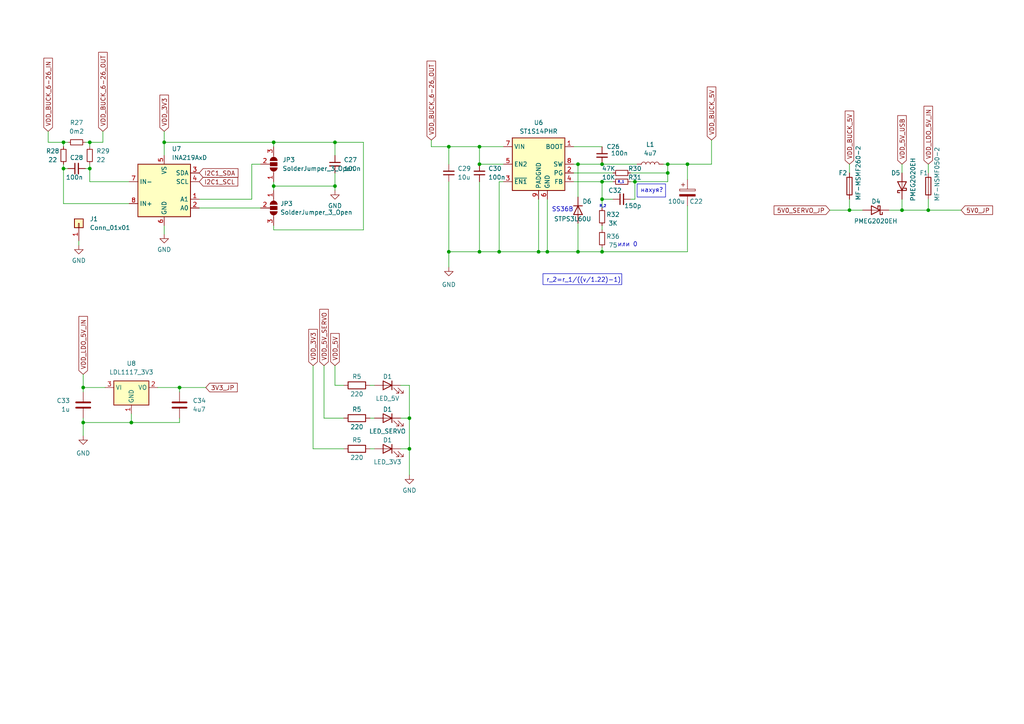
<source format=kicad_sch>
(kicad_sch (version 20230121) (generator eeschema)
  (paper "A4")
  (lib_symbols
    (symbol "Connector_Generic:Conn_01x01" (pin_names (offset 1.016) hide)
      (property "Reference" "J" (at 0 2.54 0))
      (property "Value" "Conn_01x01" (at 0 -2.54 0))
      (symbol "Conn_01x01_1_1"
        (rectangle (start -1.27 0.127) (end 0 -0.127) (stroke (width 0.1524)))
        (rectangle (start -1.27 1.27) (end 1.27 -1.27) (stroke (width 0.254)) (fill (type background)))
        (pin passive line (at -5.08 0 0) (length 3.81) (name "Pin_1") (number "1"))
      )
    )
    (symbol "Device:C" (pin_numbers hide) (pin_names (offset 0.254))
      (property "Reference" "C" (at 0.635 2.54 0))
      (property "Value" "C" (at 0.635 -2.54 0))
      (symbol "C_0_1"
        (polyline (pts (xy -2.032 -0.762) (xy 2.032 -0.762)) (stroke (width 0.508)))
        (polyline (pts (xy -2.032 0.762) (xy 2.032 0.762)) (stroke (width 0.508)))
      )
      (symbol "C_1_1"
        (pin passive line (at 0 3.81 270) (length 2.794) (name "~") (number "1"))
        (pin passive line (at 0 -3.81 90) (length 2.794) (name "~") (number "2"))
      )
    )
    (symbol "Device:C_Polarized" (pin_numbers hide) (pin_names (offset 0.254))
      (property "Reference" "C" (at 0.635 2.54 0))
      (property "Value" "C_Polarized" (at 0.635 -2.54 0))
      (symbol "C_Polarized_0_1"
        (rectangle (start -2.286 0.508) (end 2.286 1.016))
        (polyline (pts (xy -1.778 2.286) (xy -0.762 2.286)))
        (polyline (pts (xy -1.27 2.794) (xy -1.27 1.778)))
        (rectangle (start 2.286 -0.508) (end -2.286 -1.016) (fill (type outline)))
      )
      (symbol "C_Polarized_1_1"
        (pin passive line (at 0 3.81 270) (length 2.794) (name "~") (number "1"))
        (pin passive line (at 0 -3.81 90) (length 2.794) (name "~") (number "2"))
      )
    )
    (symbol "Device:C_Small" (pin_numbers hide) (pin_names (offset 0.254) hide)
      (property "Reference" "C" (at 0.254 1.778 0))
      (property "Value" "C_Small" (at 0.254 -2.032 0))
      (symbol "C_Small_0_1"
        (polyline (pts (xy -1.524 -0.508) (xy 1.524 -0.508)) (stroke (width 0.3302)))
        (polyline (pts (xy -1.524 0.508) (xy 1.524 0.508)) (stroke (width 0.3048)))
      )
      (symbol "C_Small_1_1"
        (pin passive line (at 0 2.54 270) (length 2.032) (name "~") (number "1"))
        (pin passive line (at 0 -2.54 90) (length 2.032) (name "~") (number "2"))
      )
    )
    (symbol "Device:D" (pin_numbers hide) (pin_names (offset 1.016) hide)
      (property "Reference" "D" (at 0 2.54 0))
      (property "Value" "D" (at 0 -2.54 0))
      (symbol "D_0_1"
        (polyline (pts (xy -1.27 1.27) (xy -1.27 -1.27)) (stroke (width 0.254)))
        (polyline (pts (xy 1.27 0) (xy -1.27 0)))
        (polyline (pts (xy 1.27 1.27) (xy 1.27 -1.27) (xy -1.27 0) (xy 1.27 1.27)) (stroke (width 0.254)))
      )
      (symbol "D_1_1"
        (pin passive line (at -3.81 0 0) (length 2.54) (name "K") (number "1"))
        (pin passive line (at 3.81 0 180) (length 2.54) (name "A") (number "2"))
      )
    )
    (symbol "Device:D_Schottky" (pin_numbers hide) (pin_names (offset 1.016) hide)
      (property "Reference" "D" (at 0 2.54 0))
      (property "Value" "D_Schottky" (at 0 -2.54 0))
      (symbol "D_Schottky_0_1"
        (polyline (pts (xy 1.27 0) (xy -1.27 0)))
        (polyline (pts (xy 1.27 1.27) (xy 1.27 -1.27) (xy -1.27 0) (xy 1.27 1.27)) (stroke (width 0.254)))
        (polyline (pts (xy -1.905 0.635) (xy -1.905 1.27) (xy -1.27 1.27) (xy -1.27 -1.27) (xy -0.635 -1.27) (xy -0.635 -0.635)) (stroke (width 0.254)))
      )
      (symbol "D_Schottky_1_1"
        (pin passive line (at -3.81 0 0) (length 2.54) (name "K") (number "1"))
        (pin passive line (at 3.81 0 180) (length 2.54) (name "A") (number "2"))
      )
    )
    (symbol "Device:Fuse" (pin_numbers hide) (pin_names (offset 0))
      (property "Reference" "F" (at 2.032 0 90))
      (property "Value" "Fuse" (at -1.905 0 90))
      (symbol "Fuse_0_1"
        (rectangle (start -0.762 -2.54) (end 0.762 2.54) (stroke (width 0.254)))
        (polyline (pts (xy 0 2.54) (xy 0 -2.54)))
      )
      (symbol "Fuse_1_1"
        (pin passive line (at 0 3.81 270) (length 1.27) (name "~") (number "1"))
        (pin passive line (at 0 -3.81 90) (length 1.27) (name "~") (number "2"))
      )
    )
    (symbol "Device:L" (pin_numbers hide) (pin_names (offset 1.016) hide)
      (property "Reference" "L" (at -1.27 0 90))
      (property "Value" "L" (at 1.905 0 90))
      (symbol "L_0_1"
        (arc (start 0 -2.54) (mid 0.6323 -1.905) (end 0 -1.27))
        (arc (start 0 -1.27) (mid 0.6323 -0.635) (end 0 0))
        (arc (start 0 0) (mid 0.6323 0.635) (end 0 1.27))
        (arc (start 0 1.27) (mid 0.6323 1.905) (end 0 2.54))
      )
      (symbol "L_1_1"
        (pin passive line (at 0 3.81 270) (length 1.27) (name "1") (number "1"))
        (pin passive line (at 0 -3.81 90) (length 1.27) (name "2") (number "2"))
      )
    )
    (symbol "Device:LED" (pin_numbers hide) (pin_names (offset 1.016) hide)
      (property "Reference" "D" (at 0 2.54 0))
      (property "Value" "LED" (at 0 -2.54 0))
      (symbol "LED_0_1"
        (polyline (pts (xy -1.27 -1.27) (xy -1.27 1.27)) (stroke (width 0.254)))
        (polyline (pts (xy -1.27 0) (xy 1.27 0)))
        (polyline (pts (xy 1.27 -1.27) (xy 1.27 1.27) (xy -1.27 0) (xy 1.27 -1.27)) (stroke (width 0.254)))
        (polyline (pts (xy -3.048 -0.762) (xy -4.572 -2.286) (xy -3.81 -2.286) (xy -4.572 -2.286) (xy -4.572 -1.524)))
        (polyline (pts (xy -1.778 -0.762) (xy -3.302 -2.286) (xy -2.54 -2.286) (xy -3.302 -2.286) (xy -3.302 -1.524)))
      )
      (symbol "LED_1_1"
        (pin passive line (at -3.81 0 0) (length 2.54) (name "K") (number "1"))
        (pin passive line (at 3.81 0 180) (length 2.54) (name "A") (number "2"))
      )
    )
    (symbol "Device:R" (pin_numbers hide) (pin_names (offset 0))
      (property "Reference" "R" (at 2.032 0 90))
      (property "Value" "R" (at 0 0 90))
      (symbol "R_0_1"
        (rectangle (start -1.016 -2.54) (end 1.016 2.54) (stroke (width 0.254)))
      )
      (symbol "R_1_1"
        (pin passive line (at 0 3.81 270) (length 1.27) (name "~") (number "1"))
        (pin passive line (at 0 -3.81 90) (length 1.27) (name "~") (number "2"))
      )
    )
    (symbol "Device:R_Small" (pin_numbers hide) (pin_names (offset 0.254) hide)
      (property "Reference" "R" (at 0.762 0.508 0))
      (property "Value" "R_Small" (at 0.762 -1.016 0))
      (symbol "R_Small_0_1"
        (rectangle (start -0.762 1.778) (end 0.762 -1.778) (stroke (width 0.2032)))
      )
      (symbol "R_Small_1_1"
        (pin passive line (at 0 2.54 270) (length 0.762) (name "~") (number "1"))
        (pin passive line (at 0 -2.54 90) (length 0.762) (name "~") (number "2"))
      )
    )
    (symbol "Jumper:SolderJumper_3_Open" (pin_names (offset 0) hide)
      (property "Reference" "JP" (at -2.54 -2.54 0))
      (property "Value" "SolderJumper_3_Open" (at 0 2.794 0))
      (symbol "SolderJumper_3_Open_0_1"
        (arc (start -1.016 1.016) (mid -2.0276 0) (end -1.016 -1.016))
        (arc (start -1.016 1.016) (mid -2.0276 0) (end -1.016 -1.016) (fill (type outline)))
        (rectangle (start -0.508 1.016) (end 0.508 -1.016) (fill (type outline)))
        (polyline (pts (xy -2.54 0) (xy -2.032 0)))
        (polyline (pts (xy -1.016 1.016) (xy -1.016 -1.016)))
        (polyline (pts (xy 0 -1.27) (xy 0 -1.016)))
        (polyline (pts (xy 1.016 1.016) (xy 1.016 -1.016)))
        (polyline (pts (xy 2.54 0) (xy 2.032 0)))
        (arc (start 1.016 -1.016) (mid 2.0276 0) (end 1.016 1.016))
        (arc (start 1.016 -1.016) (mid 2.0276 0) (end 1.016 1.016) (fill (type outline)))
      )
      (symbol "SolderJumper_3_Open_1_1"
        (pin passive line (at -5.08 0 0) (length 2.54) (name "A") (number "1"))
        (pin passive line (at 0 -3.81 90) (length 2.54) (name "C") (number "2"))
        (pin passive line (at 5.08 0 180) (length 2.54) (name "B") (number "3"))
      )
    )
    (symbol "Regulator_Linear:LD1117S33TR_SOT223"
      (property "Reference" "U" (at -3.81 3.175 0))
      (property "Value" "LD1117S33TR_SOT223" (at 0 3.175 0))
      (symbol "LD1117S33TR_SOT223_0_1"
        (rectangle (start -5.08 -5.08) (end 5.08 1.905) (stroke (width 0.254)) (fill (type background)))
      )
      (symbol "LD1117S33TR_SOT223_1_1"
        (pin power_in line (at 0 -7.62 90) (length 2.54) (name "GND") (number "1"))
        (pin power_out line (at 7.62 0 180) (length 2.54) (name "VO") (number "2"))
        (pin power_in line (at -7.62 0 0) (length 2.54) (name "VI") (number "3"))
      )
    )
    (symbol "Regulator_Switching:ST1S14PHR"
      (property "Reference" "U6" (at 0 12.065 0))
      (property "Value" "ST1S14PHR" (at 0 9.525 0))
      (symbol "ST1S14PHR_0_1"
        (rectangle (start 7.62 7.62) (end -7.62 -7.62) (stroke (width 0.254)) (fill (type background)))
      )
      (symbol "ST1S14PHR_1_1"
        (pin input line (at 10.16 5.08 180) (length 2.54) (name "BOOT") (number "1"))
        (pin output line (at 10.16 -2.54 180) (length 2.54) (name "PG") (number "2"))
        (pin input line (at -10.16 -5.08 0) (length 2.54) (name "~{EN1}") (number "3"))
        (pin input line (at 10.16 -5.08 180) (length 2.54) (name "FB") (number "4"))
        (pin input line (at -10.16 0 0) (length 2.54) (name "EN2") (number "5"))
        (pin power_in line (at 2.54 -10.16 90) (length 2.54) (name "GND") (number "6"))
        (pin power_in line (at -10.16 5.08 0) (length 2.54) (name "VIN") (number "7"))
        (pin output line (at 10.16 0 180) (length 2.54) (name "SW") (number "8"))
        (pin power_in line (at 0 -10.16 90) (length 2.54) (name "PADGND") (number "9"))
      )
    )
    (symbol "Sensor_Energy:INA219AxD"
      (property "Reference" "U7" (at 2.1941 12.065 0))
      (property "Value" "INA219AxD" (at 2.1941 9.525 0))
      (symbol "INA219AxD_0_1"
        (rectangle (start -7.62 7.62) (end 7.62 -7.62) (stroke (width 0.254)) (fill (type background)))
      )
      (symbol "INA219AxD_1_1"
        (pin input line (at 10.16 -2.54 180) (length 2.54) (name "A1") (number "1"))
        (pin input line (at 10.16 -5.08 180) (length 2.54) (name "A0") (number "2"))
        (pin bidirectional line (at 10.16 5.08 180) (length 2.54) (name "SDA") (number "3"))
        (pin input line (at 10.16 2.54 180) (length 2.54) (name "SCL") (number "4"))
        (pin power_in line (at 0 10.16 270) (length 2.54) (name "VS") (number "5"))
        (pin power_in line (at 0 -10.16 90) (length 2.54) (name "GND") (number "6"))
        (pin input line (at -10.16 2.54 0) (length 2.54) (name "IN-") (number "7"))
        (pin input line (at -10.16 -3.81 0) (length 2.54) (name "IN+") (number "8"))
      )
    )
    (symbol "power:GND" (power) (pin_names (offset 0))
      (property "Value" "GND" (at 0 -3.81 0))
      (symbol "GND_0_1"
        (polyline (pts (xy 0 0) (xy 0 -1.27) (xy 1.27 -1.27) (xy 0 -2.54) (xy -1.27 -1.27) (xy 0 -1.27)))
      )
      (symbol "GND_1_1"
        (pin power_in line (at 0 0 270) (length 0) hide (name "GND") (number "1"))
      )
    )
  )
  (junction (at 26.035 41.275))
  (junction (at 38.1 122.555))
  (junction (at 47.625 41.275))
  (junction (at 193.675 50.165))
  (junction (at 139.065 73.025))
  (junction (at 139.065 47.625))
  (junction (at 246.38 60.96))
  (junction (at 24.13 122.555))
  (junction (at 139.065 42.545))
  (junction (at 261.62 60.96))
  (junction (at 97.155 53.975))
  (junction (at 167.64 73.025))
  (junction (at 79.375 53.975))
  (junction (at 174.625 52.705))
  (junction (at 174.625 57.785))
  (junction (at 156.21 73.025))
  (junction (at 118.745 130.175))
  (junction (at 158.75 73.025))
  (junction (at 18.415 41.275))
  (junction (at 79.375 41.275))
  (junction (at 24.13 112.395))
  (junction (at 118.745 121.285))
  (junction (at 130.175 73.025))
  (junction (at 174.625 47.625))
  (junction (at 199.39 47.625))
  (junction (at 269.24 60.96))
  (junction (at 174.625 73.025))
  (junction (at 184.15 52.705))
  (junction (at 26.035 48.895))
  (junction (at 144.78 73.025))
  (junction (at 193.675 47.625))
  (junction (at 130.175 42.545))
  (junction (at 18.415 48.895))
  (junction (at 167.64 47.625))
  (junction (at 97.155 41.275))
  (junction (at 52.07 112.395))
  (wire (pts (xy 269.24 60.96) (xy 278.765 60.96)))
  (wire (pts (xy 174.625 52.705) (xy 174.625 57.785)))
  (wire (pts (xy 166.37 50.165) (xy 177.8 50.165)))
  (wire (pts (xy 199.39 59.69) (xy 199.39 73.025)))
  (wire (pts (xy 182.88 57.785) (xy 184.15 57.785)))
  (wire (pts (xy 257.81 60.96) (xy 261.62 60.96)))
  (wire (pts (xy 13.97 38.1) (xy 13.97 41.275)))
  (wire (pts (xy 118.745 121.285) (xy 118.745 130.175)))
  (wire (pts (xy 139.065 73.025) (xy 144.78 73.025)))
  (wire (pts (xy 158.75 57.785) (xy 158.75 73.025)))
  (wire (pts (xy 193.675 47.625) (xy 199.39 47.625)))
  (wire (pts (xy 193.675 47.625) (xy 193.675 50.165)))
  (wire (pts (xy 184.15 52.705) (xy 184.15 57.785)))
  (wire (pts (xy 26.035 42.545) (xy 26.035 41.275)))
  (wire (pts (xy 57.785 60.325) (xy 75.565 60.325)))
  (wire (pts (xy 167.64 47.625) (xy 174.625 47.625)))
  (wire (pts (xy 52.07 112.395) (xy 45.72 112.395)))
  (wire (pts (xy 105.41 66.675) (xy 105.41 41.275)))
  (wire (pts (xy 24.13 122.555) (xy 38.1 122.555)))
  (wire (pts (xy 146.05 47.625) (xy 139.065 47.625)))
  (wire (pts (xy 167.64 47.625) (xy 167.64 57.15)))
  (wire (pts (xy 174.625 65.405) (xy 174.625 66.675)))
  (wire (pts (xy 156.21 57.785) (xy 156.21 73.025)))
  (wire (pts (xy 90.805 130.175) (xy 99.695 130.175)))
  (wire (pts (xy 29.845 38.1) (xy 29.845 41.275)))
  (wire (pts (xy 24.13 113.665) (xy 24.13 112.395)))
  (wire (pts (xy 193.675 52.705) (xy 184.15 52.705)))
  (wire (pts (xy 19.685 41.275) (xy 18.415 41.275)))
  (wire (pts (xy 184.15 52.705) (xy 182.88 52.705)))
  (wire (pts (xy 26.035 52.705) (xy 26.035 48.895)))
  (wire (pts (xy 174.625 73.025) (xy 199.39 73.025)))
  (wire (pts (xy 18.415 47.625) (xy 18.415 48.895)))
  (wire (pts (xy 199.39 47.625) (xy 199.39 52.07)))
  (wire (pts (xy 24.13 108.585) (xy 24.13 112.395)))
  (wire (pts (xy 206.375 40.64) (xy 206.375 47.625)))
  (wire (pts (xy 130.175 42.545) (xy 139.065 42.545)))
  (wire (pts (xy 107.315 130.175) (xy 108.585 130.175)))
  (wire (pts (xy 18.415 48.895) (xy 18.415 59.055)))
  (wire (pts (xy 144.78 52.705) (xy 144.78 73.025)))
  (wire (pts (xy 193.675 50.165) (xy 193.675 52.705)))
  (wire (pts (xy 193.675 50.165) (xy 182.88 50.165)))
  (wire (pts (xy 22.86 71.12) (xy 22.86 69.85)))
  (wire (pts (xy 79.375 66.675) (xy 105.41 66.675)))
  (wire (pts (xy 246.38 47.625) (xy 246.38 50.165)))
  (wire (pts (xy 199.39 47.625) (xy 206.375 47.625)))
  (wire (pts (xy 93.98 106.045) (xy 93.98 121.285)))
  (wire (pts (xy 246.38 57.785) (xy 246.38 60.96)))
  (wire (pts (xy 261.62 47.625) (xy 261.62 50.165)))
  (wire (pts (xy 93.98 121.285) (xy 99.695 121.285)))
  (wire (pts (xy 52.07 113.665) (xy 52.07 112.395)))
  (wire (pts (xy 125.095 42.545) (xy 130.175 42.545)))
  (wire (pts (xy 158.75 73.025) (xy 167.64 73.025)))
  (wire (pts (xy 24.13 122.555) (xy 24.13 126.365)))
  (wire (pts (xy 38.1 120.015) (xy 38.1 122.555)))
  (wire (pts (xy 139.065 47.625) (xy 139.065 42.545)))
  (wire (pts (xy 79.375 55.245) (xy 79.375 53.975)))
  (wire (pts (xy 47.625 45.085) (xy 47.625 41.275)))
  (wire (pts (xy 174.625 57.785) (xy 177.8 57.785)))
  (wire (pts (xy 116.205 111.76) (xy 118.745 111.76)))
  (wire (pts (xy 79.375 41.275) (xy 79.375 42.545)))
  (wire (pts (xy 18.415 41.275) (xy 18.415 42.545)))
  (wire (pts (xy 144.78 73.025) (xy 156.21 73.025)))
  (wire (pts (xy 107.315 111.76) (xy 108.585 111.76)))
  (wire (pts (xy 166.37 52.705) (xy 174.625 52.705)))
  (wire (pts (xy 107.315 121.285) (xy 108.585 121.285)))
  (wire (pts (xy 125.095 40.64) (xy 125.095 42.545)))
  (wire (pts (xy 166.37 47.625) (xy 167.64 47.625)))
  (wire (pts (xy 47.625 38.1) (xy 47.625 41.275)))
  (wire (pts (xy 26.035 48.895) (xy 26.035 47.625)))
  (wire (pts (xy 24.13 121.285) (xy 24.13 122.555)))
  (wire (pts (xy 261.62 60.96) (xy 269.24 60.96)))
  (wire (pts (xy 97.155 41.275) (xy 105.41 41.275)))
  (wire (pts (xy 79.375 41.275) (xy 97.155 41.275)))
  (wire (pts (xy 97.155 53.975) (xy 97.155 55.245)))
  (wire (pts (xy 73.025 57.785) (xy 57.785 57.785)))
  (wire (pts (xy 59.69 112.395) (xy 52.07 112.395)))
  (wire (pts (xy 193.675 47.625) (xy 192.405 47.625)))
  (wire (pts (xy 47.625 67.945) (xy 47.625 65.405)))
  (wire (pts (xy 24.765 48.895) (xy 26.035 48.895)))
  (wire (pts (xy 167.64 64.77) (xy 167.64 73.025)))
  (wire (pts (xy 130.175 77.47) (xy 130.175 73.025)))
  (wire (pts (xy 269.24 50.165) (xy 269.24 47.625)))
  (wire (pts (xy 47.625 41.275) (xy 79.375 41.275)))
  (wire (pts (xy 38.1 122.555) (xy 52.07 122.555)))
  (wire (pts (xy 118.745 111.76) (xy 118.745 121.285)))
  (wire (pts (xy 156.21 73.025) (xy 158.75 73.025)))
  (wire (pts (xy 90.805 106.045) (xy 90.805 130.175)))
  (wire (pts (xy 118.745 130.175) (xy 118.745 137.795)))
  (wire (pts (xy 26.035 41.275) (xy 24.765 41.275)))
  (wire (pts (xy 97.155 111.76) (xy 99.695 111.76)))
  (wire (pts (xy 79.375 66.675) (xy 79.375 65.405)))
  (wire (pts (xy 167.64 73.025) (xy 174.625 73.025)))
  (wire (pts (xy 29.845 41.275) (xy 26.035 41.275)))
  (wire (pts (xy 73.025 47.625) (xy 75.565 47.625)))
  (wire (pts (xy 52.07 121.285) (xy 52.07 122.555)))
  (wire (pts (xy 130.175 52.705) (xy 130.175 73.025)))
  (wire (pts (xy 139.065 42.545) (xy 146.05 42.545)))
  (wire (pts (xy 261.62 60.96) (xy 261.62 57.785)))
  (wire (pts (xy 116.205 121.285) (xy 118.745 121.285)))
  (wire (pts (xy 18.415 59.055) (xy 37.465 59.055)))
  (wire (pts (xy 269.24 57.785) (xy 269.24 60.96)))
  (wire (pts (xy 174.625 52.705) (xy 177.8 52.705)))
  (wire (pts (xy 79.375 53.975) (xy 79.375 52.705)))
  (wire (pts (xy 130.175 47.625) (xy 130.175 42.545)))
  (wire (pts (xy 144.78 52.705) (xy 146.05 52.705)))
  (wire (pts (xy 174.625 47.625) (xy 184.785 47.625)))
  (wire (pts (xy 97.155 106.045) (xy 97.155 111.76)))
  (wire (pts (xy 130.175 73.025) (xy 139.065 73.025)))
  (wire (pts (xy 139.065 52.705) (xy 139.065 73.025)))
  (wire (pts (xy 73.025 47.625) (xy 73.025 57.785)))
  (wire (pts (xy 13.97 41.275) (xy 18.415 41.275)))
  (wire (pts (xy 166.37 42.545) (xy 174.625 42.545)))
  (wire (pts (xy 246.38 60.96) (xy 250.19 60.96)))
  (wire (pts (xy 24.13 112.395) (xy 30.48 112.395)))
  (wire (pts (xy 18.415 48.895) (xy 19.685 48.895)))
  (wire (pts (xy 97.155 50.165) (xy 97.155 53.975)))
  (wire (pts (xy 174.625 73.025) (xy 174.625 71.755)))
  (wire (pts (xy 174.625 57.785) (xy 174.625 60.325)))
  (wire (pts (xy 37.465 52.705) (xy 26.035 52.705)))
  (wire (pts (xy 97.155 41.275) (xy 97.155 45.085)))
  (wire (pts (xy 240.665 60.96) (xy 246.38 60.96)))
  (wire (pts (xy 79.375 53.975) (xy 97.155 53.975)))
  (wire (pts (xy 116.205 130.175) (xy 118.745 130.175)))
  (text_box "нахуя?\n" (at 184.785 53.34 0) (size 8.255 3.81) (effects (font (size 1.27 1.27)) (justify left top)))
  (text_box "r_2=r_1/((v/1.22)-1)" (at 157.48 79.375 0) (size 22.86 3.175) (effects (font (size 1.27 1.27)) (justify left top)))
  (text "SS36B" (at 160.02 61.595 0) (effects (font (size 1.27 1.27)) (justify left bottom)))
  (text "R_1\n" (at 179.07 53.34 0) (effects (font (size 0.7 0.7)) (justify left bottom)))
  (text "или 0" (at 179.07 71.755 0) (effects (font (size 1.27 1.27)) (justify left bottom)))
  (text "R_2" (at 175.895 60.325 0) (effects (font (size 0.7 0.7)) (justify right bottom)))
  (global_label "VDD_5V_SERVO" (shape input) (at 93.98 106.045 90) (property "Intersheetrefs" "${INTERSHEET_REFS}" (effects hide)))
  (global_label "VDD_3V3" (shape input) (at 47.625 38.1 90) (property "Intersheetrefs" "${INTERSHEET_REFS}" (effects hide)))
  (global_label "I2C1_SCL" (shape input) (at 57.785 52.705 0) (property "Intersheetrefs" "${INTERSHEET_REFS}" (effects hide)))
  (global_label "VDD_BUCK_6-26_IN" (shape input) (at 13.97 38.1 90) (property "Intersheetrefs" "${INTERSHEET_REFS}" (effects hide)))
  (global_label "5V0_SERVO_JP" (shape input) (at 240.665 60.96 180) (property "Intersheetrefs" "${INTERSHEET_REFS}" (effects hide)))
  (global_label "VDD_BUCK_5V" (shape input) (at 206.375 40.64 90) (property "Intersheetrefs" "${INTERSHEET_REFS}" (effects hide)))
  (global_label "VDD_BUCK_6-26_OUT" (shape input) (at 29.845 38.1 90) (property "Intersheetrefs" "${INTERSHEET_REFS}" (effects hide)))
  (global_label "VDD_3V3" (shape input) (at 90.805 106.045 90) (property "Intersheetrefs" "${INTERSHEET_REFS}" (effects hide)))
  (global_label "I2C1_SDA" (shape input) (at 57.785 50.165 0) (property "Intersheetrefs" "${INTERSHEET_REFS}" (effects hide)))
  (global_label "3V3_JP" (shape input) (at 59.69 112.395 0) (property "Intersheetrefs" "${INTERSHEET_REFS}" (effects hide)))
  (global_label "VDD_LDO_5V_IN" (shape input) (at 269.24 47.625 90) (property "Intersheetrefs" "${INTERSHEET_REFS}" (effects hide)))
  (global_label "5V0_JP" (shape input) (at 278.765 60.96 0) (property "Intersheetrefs" "${INTERSHEET_REFS}" (effects hide)))
  (global_label "VDD_BUCK_5V" (shape input) (at 246.38 47.625 90) (property "Intersheetrefs" "${INTERSHEET_REFS}" (effects hide)))
  (global_label "VDD_BUCK_6-26_OUT" (shape input) (at 125.095 40.64 90) (property "Intersheetrefs" "${INTERSHEET_REFS}" (effects hide)))
  (global_label "VDD_5V_USB" (shape input) (at 261.62 47.625 90) (property "Intersheetrefs" "${INTERSHEET_REFS}" (effects hide)))
  (global_label "VDD_5V" (shape input) (at 97.155 106.045 90) (property "Intersheetrefs" "${INTERSHEET_REFS}" (effects hide)))
  (global_label "VDD_LDO_5V_IN" (shape input) (at 24.13 108.585 90) (property "Intersheetrefs" "${INTERSHEET_REFS}" (effects hide)))
  (symbol (lib_id "Device:R") (at 103.505 111.76 90) (unit 1)
    (property "Reference" "R5" (at 103.505 109.22 90))
    (property "Value" "220" (at 103.505 114.3 90))
    (property "Footprint" "Resistor_SMD:R_0402_1005Metric" (effects hide))
    (instances (project "2.0" (path "" (reference "R5") (unit 1))) (project "Penguin Junior" (path "" (reference "R31") (unit 1)) (path "" (reference "R33") (unit 1))))
  )
  (symbol (lib_id "Device:C_Small") (at 97.155 47.625 0) (unit 1)
    (property "Reference" "C27" (at 99.695 46.3613 0) (effects (justify left)))
    (property "Value" "100n" (at 99.695 48.9013 0) (effects (justify left)))
    (property "Footprint" "Capacitor_SMD:C_0402_1005Metric" (effects hide))
  )
  (symbol (lib_id "power:GND") (at 22.86 71.12 0) (unit 1)
    (property "Reference" "#PWR06" (effects hide))
    (property "Value" "GND" (at 22.86 75.565 0))
  )
  (symbol (lib_id "power:GND") (at 97.155 55.245 0) (unit 1)
    (property "Reference" "#PWR031" (effects hide))
    (property "Value" "GND" (at 97.155 59.69 0))
  )
  (symbol (lib_id "Device:R_Small") (at 26.035 45.085 0) (unit 1)
    (property "Reference" "R29" (at 27.94 43.815 0) (effects (justify left)))
    (property "Value" "22" (at 27.94 46.355 0) (effects (justify left)))
    (property "Footprint" "Resistor_SMD:R_0402_1005Metric" (effects hide))
  )
  (symbol (lib_id "Device:D_Schottky") (at 261.62 53.975 90) (unit 1)
    (property "Reference" "D5" (at 258.445 50.165 90) (effects (justify right)))
    (property "Value" "PMEG2020EH" (at 264.795 45.72 0) (effects (justify right)))
    (property "Footprint" "Diode_SMD:D_SOD-123F" (effects hide))
  )
  (symbol (lib_id "Device:R") (at 103.505 121.285 90) (unit 1)
    (property "Reference" "R5" (at 103.505 118.745 90))
    (property "Value" "220" (at 103.505 123.825 90))
    (property "Footprint" "Resistor_SMD:R_0402_1005Metric" (effects hide))
    (instances (project "2.0" (path "" (reference "R5") (unit 1))) (project "Penguin Junior" (path "" (reference "R30") (unit 1)) (path "" (reference "R34") (unit 1))))
  )
  (symbol (lib_id "Device:R_Small") (at 22.225 41.275 270) (unit 1)
    (property "Reference" "R27" (at 22.225 35.56 90))
    (property "Value" "0m2" (at 22.225 38.1 90))
    (property "Footprint" "user_lib:R2725" (effects hide))
  )
  (symbol (lib_id "Connector_Generic:Conn_01x01") (at 22.86 64.77 90) (unit 1)
    (property "Reference" "J1" (at 26.035 63.5 90) (effects (justify right)))
    (property "Value" "Conn_01x01" (at 26.035 66.04 90) (effects (justify right)))
    (property "Footprint" "user_lib:ContactPlatform_7.0x7.0" (effects hide))
  )
  (symbol (lib_id "Device:C_Small") (at 22.225 48.895 90) (unit 1)
    (property "Reference" "C28" (at 22.225 45.72 90))
    (property "Value" "100n" (at 21.59 51.435 90))
    (property "Footprint" "Capacitor_SMD:C_0402_1005Metric" (effects hide))
  )
  (symbol (lib_id "Device:LED") (at 112.395 130.175 0) (mirror y) (unit 1)
    (property "Reference" "D1" (at 112.395 127.635 0))
    (property "Value" "LED_3V3" (at 112.395 133.985 0))
    (property "Footprint" "LED_SMD:LED_0603_1608Metric" (effects hide))
    (instances (project "2.0" (path "" (reference "D1") (unit 1))) (project "Penguin Junior" (path "" (reference "D9") (unit 1)) (path "" (reference "D9") (unit 1))))
  )
  (symbol (lib_id "Device:C_Small") (at 139.065 50.165 180) (unit 1)
    (property "Reference" "C30" (at 141.605 48.8886 0) (effects (justify right)))
    (property "Value" "100n" (at 141.605 51.4286 0) (effects (justify right)))
    (property "Footprint" "Capacitor_SMD:C_0805_2012Metric" (effects hide))
  )
  (symbol (lib_id "Device:Fuse") (at 269.24 53.975 180) (unit 1)
    (property "Reference" "F1" (at 266.7 50.165 0) (effects (justify right)))
    (property "Value" "MF-NSMF050-2" (at 271.78 58.42 90) (effects (justify right)))
    (property "Footprint" "Fuse:Fuse_1206_3216Metric_Pad1.42x1.75mm_HandSolder" (effects hide))
  )
  (symbol (lib_id "Regulator_Switching:ST1S14PHR") (at 156.21 47.625 0) (unit 1)
    (property "Reference" "U6" (at 156.21 35.56 0))
    (property "Value" "ST1S14PHR" (at 156.21 38.1 0))
    (property "Footprint" "Package_SO:TI_SO-PowerPAD-8" (effects hide))
    (property "Datasheet" "http://www.st.com/internet/com/TECHNICAL_RESOURCES/TECHNICAL_LITERATURE/DATASHEET/CD00285678.pdf" (effects hide))
  )
  (symbol (lib_id "Device:R_Small") (at 174.625 69.215 180) (unit 1)
    (property "Reference" "R36" (at 177.8 68.58 0))
    (property "Value" "75" (at 177.8 71.12 0))
    (property "Footprint" "Resistor_SMD:R_0603_1608Metric" (effects hide))
  )
  (symbol (lib_id "Device:C_Polarized") (at 199.39 55.88 0) (unit 1)
    (property "Reference" "C22" (at 201.93 58.42 0))
    (property "Value" "100u" (at 196.215 58.42 0))
    (property "Footprint" "Capacitor_THT:CP_Radial_D5.0mm_P2.00mm" (effects hide))
    (instances (project "Penguin Junior" (path "" (reference "C22") (unit 1)) (path "" (reference "C31") (unit 1))))
  )
  (symbol (lib_id "Device:L") (at 188.595 47.625 90) (unit 1)
    (property "Reference" "L1" (at 188.595 41.91 90))
    (property "Value" "4u7" (at 188.595 44.45 90))
    (property "Footprint" "Inductor_SMD:L_Sunlord_MWSA0503S" (effects hide))
    (property "Datasheet" "https://www.lcsc.com/product-detail/Inductors-SMD_PSA-Prosperity-Dielectrics-MCS0530-4R7MN2_C2836880.html" (effects hide))
  )
  (symbol (lib_id "Device:C_Small") (at 130.175 50.165 180) (unit 1)
    (property "Reference" "C29" (at 132.715 48.8886 0) (effects (justify right)))
    (property "Value" "10u" (at 132.715 51.4286 0) (effects (justify right)))
    (property "Footprint" "Capacitor_SMD:C_1210_3225Metric" (effects hide))
  )
  (symbol (lib_id "Jumper:SolderJumper_3_Open") (at 79.375 47.625 270) (mirror x) (unit 1)
    (property "Reference" "JP3" (at 81.915 46.355 90) (effects (justify left)))
    (property "Value" "SolderJumper_3_Open" (at 81.915 48.895 90) (effects (justify left)))
    (property "Footprint" "Jumper:SolderJumper-3_P1.3mm_Open_Pad1.0x1.5mm" (effects hide))
    (instances (project "Penguin Junior" (path "" (reference "JP3") (unit 1)) (path "" (reference "JP2") (unit 1))))
  )
  (symbol (lib_id "Device:LED") (at 112.395 121.285 0) (mirror y) (unit 1)
    (property "Reference" "D1" (at 112.395 118.745 0))
    (property "Value" "LED_SERVO" (at 112.395 125.095 0))
    (property "Footprint" "LED_SMD:LED_0603_1608Metric" (effects hide))
    (instances (project "2.0" (path "" (reference "D1") (unit 1))) (project "Penguin Junior" (path "" (reference "D10") (unit 1)) (path "" (reference "D8") (unit 1))))
  )
  (symbol (lib_id "Device:D") (at 167.64 60.96 270) (unit 1)
    (property "Reference" "D6" (at 168.91 58.42 90) (effects (justify left)))
    (property "Value" "STPS3L60U" (at 160.655 63.5 90) (effects (justify left)))
    (property "Footprint" "Diode_SMD:D_SMB" (effects hide))
    (property "Sim.Device" "D" (effects hide))
    (property "Sim.Pins" "1=K 2=A" (effects hide))
  )
  (symbol (lib_id "Device:C_Small") (at 180.34 57.785 90) (unit 1)
    (property "Reference" "C32" (at 180.34 55.245 90) (effects (justify left)))
    (property "Value" "150p" (at 186.055 59.69 90) (effects (justify left)))
    (property "Footprint" "Capacitor_SMD:C_0402_1005Metric" (effects hide))
  )
  (symbol (lib_id "Sensor_Energy:INA219AxD") (at 47.625 55.245 0) (unit 1)
    (property "Reference" "U7" (at 49.8191 43.18 0) (effects (justify left)))
    (property "Value" "INA219AxD" (at 49.8191 45.72 0) (effects (justify left)))
    (property "Footprint" "Package_SO:SOIC-8_3.9x4.9mm_P1.27mm" (effects hide))
    (property "Datasheet" "http://www.ti.com/lit/ds/symlink/ina219.pdf" (effects hide))
  )
  (symbol (lib_id "Device:R_Small") (at 18.415 45.085 0) (unit 1)
    (property "Reference" "R28" (at 13.335 43.815 0) (effects (justify left)))
    (property "Value" "22" (at 13.97 46.355 0) (effects (justify left)))
    (property "Footprint" "Resistor_SMD:R_0402_1005Metric" (effects hide))
  )
  (symbol (lib_id "Device:R_Small") (at 174.625 62.865 180) (unit 1)
    (property "Reference" "R32" (at 177.8 62.23 0))
    (property "Value" "3K" (at 177.8 64.77 0))
    (property "Footprint" "Resistor_SMD:R_0603_1608Metric" (effects hide))
  )
  (symbol (lib_id "power:GND") (at 47.625 67.945 0) (unit 1)
    (property "Reference" "#PWR032" (effects hide))
    (property "Value" "GND" (at 47.625 72.39 0))
  )
  (symbol (lib_id "Device:C") (at 52.07 117.475 0) (unit 1)
    (property "Reference" "C34" (at 55.88 116.205 0) (effects (justify left)))
    (property "Value" "4u7" (at 55.88 118.745 0) (effects (justify left)))
    (property "Footprint" "Capacitor_SMD:C_0402_1005Metric" (effects hide))
  )
  (symbol (lib_id "Device:D_Schottky") (at 254 60.96 180) (unit 1)
    (property "Reference" "D4" (at 252.73 58.42 0) (effects (justify right)))
    (property "Value" "PMEG2020EH" (at 247.65 64.135 0) (effects (justify right)))
    (property "Footprint" "Diode_SMD:D_SOD-123F" (effects hide))
  )
  (symbol (lib_id "Regulator_Linear:LD1117S33TR_SOT223") (at 38.1 112.395 0) (unit 1)
    (property "Reference" "U8" (at 38.1 105.41 0))
    (property "Value" "LDL1117_3V3" (at 38.1 107.95 0))
    (property "Footprint" "Package_TO_SOT_SMD:SOT-223-3_TabPin2" (effects hide))
    (property "Datasheet" "http://www.st.com/st-web-ui/static/active/en/resource/technical/document/datasheet/CD00000544.pdf" (effects hide))
  )
  (symbol (lib_id "Device:LED") (at 112.395 111.76 0) (mirror y) (unit 1)
    (property "Reference" "D1" (at 112.395 109.22 0))
    (property "Value" "LED_5V" (at 112.395 115.57 0))
    (property "Footprint" "LED_SMD:LED_0603_1608Metric" (effects hide))
    (instances (project "2.0" (path "" (reference "D1") (unit 1))) (project "Penguin Junior" (path "" (reference "D8") (unit 1)) (path "" (reference "D7") (unit 1))))
  )
  (symbol (lib_id "power:GND") (at 24.13 126.365 0) (unit 1)
    (property "Reference" "#PWR034" (effects hide))
    (property "Value" "GND" (at 24.13 131.445 0))
  )
  (symbol (lib_id "Device:C_Small") (at 174.625 45.085 0) (unit 1)
    (property "Reference" "C26" (at 175.895 42.545 0) (effects (justify left)))
    (property "Value" "100n" (at 177.165 44.45 0) (effects (justify left)))
    (property "Footprint" "Capacitor_SMD:C_0402_1005Metric" (effects hide))
  )
  (symbol (lib_id "Device:R") (at 103.505 130.175 90) (unit 1)
    (property "Reference" "R5" (at 103.505 127.635 90))
    (property "Value" "220" (at 103.505 132.715 90))
    (property "Footprint" "Resistor_SMD:R_0402_1005Metric" (effects hide))
    (instances (project "2.0" (path "" (reference "R5") (unit 1))) (project "Penguin Junior" (path "" (reference "R32") (unit 1)) (path "" (reference "R35") (unit 1))))
  )
  (symbol (lib_id "Device:R_Small") (at 180.34 52.705 90) (unit 1)
    (property "Reference" "R31" (at 184.15 51.435 90))
    (property "Value" "10K" (at 176.53 51.435 90))
    (property "Footprint" "Resistor_SMD:R_0603_1608Metric" (effects hide))
  )
  (symbol (lib_id "power:GND") (at 118.745 137.795 0) (unit 1)
    (property "Reference" "#PWR034" (effects hide))
    (property "Value" "GND" (at 118.745 142.24 0))
    (instances (project "Penguin Junior" (path "" (reference "#PWR034") (unit 1)) (path "" (reference "#PWR035") (unit 1))))
  )
  (symbol (lib_id "Device:C") (at 24.13 117.475 0) (mirror y) (unit 1)
    (property "Reference" "C33" (at 20.32 116.205 0) (effects (justify left)))
    (property "Value" "1u" (at 20.32 118.745 0) (effects (justify left)))
    (property "Footprint" "Capacitor_SMD:C_0402_1005Metric" (effects hide))
  )
  (symbol (lib_id "power:GND") (at 130.175 77.47 0) (unit 1)
    (property "Reference" "#PWR033" (effects hide))
    (property "Value" "GND" (at 130.175 82.55 0))
  )
  (symbol (lib_id "Jumper:SolderJumper_3_Open") (at 79.375 60.325 270) (unit 1)
    (property "Reference" "JP3" (at 81.28 59.055 90) (effects (justify left)))
    (property "Value" "SolderJumper_3_Open" (at 81.28 61.595 90) (effects (justify left)))
    (property "Footprint" "Jumper:SolderJumper-3_P1.3mm_Open_Pad1.0x1.5mm" (effects hide))
  )
  (symbol (lib_id "Device:R_Small") (at 180.34 50.165 90) (unit 1)
    (property "Reference" "R30" (at 184.15 48.895 90))
    (property "Value" "47K" (at 176.53 48.895 90))
    (property "Footprint" "Resistor_SMD:R_0402_1005Metric" (effects hide))
  )
  (symbol (lib_id "Device:Fuse") (at 246.38 53.975 180) (unit 1)
    (property "Reference" "F2" (at 244.475 50.165 0))
    (property "Value" "MF-MSMF260-2" (at 248.92 50.165 90))
    (property "Footprint" "Fuse:Fuse_1812_4532Metric_Pad1.30x3.40mm_HandSolder" (effects hide))
  )
)
</source>
